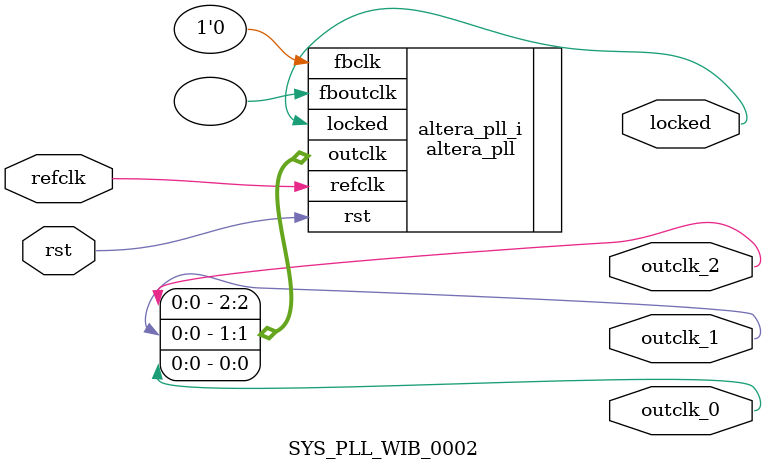
<source format=v>
`timescale 1ns/10ps
module  SYS_PLL_WIB_0002(

	// interface 'refclk'
	input wire refclk,

	// interface 'reset'
	input wire rst,

	// interface 'outclk0'
	output wire outclk_0,

	// interface 'outclk1'
	output wire outclk_1,

	// interface 'outclk2'
	output wire outclk_2,

	// interface 'locked'
	output wire locked
);

	altera_pll #(
		.fractional_vco_multiplier("false"),
		.reference_clock_frequency("50.0 MHz"),
		.operation_mode("direct"),
		.number_of_clocks(3),
		.output_clock_frequency0("100.000000 MHz"),
		.phase_shift0("0 ps"),
		.duty_cycle0(50),
		.output_clock_frequency1("50.000000 MHz"),
		.phase_shift1("0 ps"),
		.duty_cycle1(50),
		.output_clock_frequency2("40.000000 MHz"),
		.phase_shift2("0 ps"),
		.duty_cycle2(50),
		.output_clock_frequency3("0 MHz"),
		.phase_shift3("0 ps"),
		.duty_cycle3(50),
		.output_clock_frequency4("0 MHz"),
		.phase_shift4("0 ps"),
		.duty_cycle4(50),
		.output_clock_frequency5("0 MHz"),
		.phase_shift5("0 ps"),
		.duty_cycle5(50),
		.output_clock_frequency6("0 MHz"),
		.phase_shift6("0 ps"),
		.duty_cycle6(50),
		.output_clock_frequency7("0 MHz"),
		.phase_shift7("0 ps"),
		.duty_cycle7(50),
		.output_clock_frequency8("0 MHz"),
		.phase_shift8("0 ps"),
		.duty_cycle8(50),
		.output_clock_frequency9("0 MHz"),
		.phase_shift9("0 ps"),
		.duty_cycle9(50),
		.output_clock_frequency10("0 MHz"),
		.phase_shift10("0 ps"),
		.duty_cycle10(50),
		.output_clock_frequency11("0 MHz"),
		.phase_shift11("0 ps"),
		.duty_cycle11(50),
		.output_clock_frequency12("0 MHz"),
		.phase_shift12("0 ps"),
		.duty_cycle12(50),
		.output_clock_frequency13("0 MHz"),
		.phase_shift13("0 ps"),
		.duty_cycle13(50),
		.output_clock_frequency14("0 MHz"),
		.phase_shift14("0 ps"),
		.duty_cycle14(50),
		.output_clock_frequency15("0 MHz"),
		.phase_shift15("0 ps"),
		.duty_cycle15(50),
		.output_clock_frequency16("0 MHz"),
		.phase_shift16("0 ps"),
		.duty_cycle16(50),
		.output_clock_frequency17("0 MHz"),
		.phase_shift17("0 ps"),
		.duty_cycle17(50),
		.pll_type("General"),
		.pll_subtype("General")
	) altera_pll_i (
		.rst	(rst),
		.outclk	({outclk_2, outclk_1, outclk_0}),
		.locked	(locked),
		.fboutclk	( ),
		.fbclk	(1'b0),
		.refclk	(refclk)
	);
endmodule


</source>
